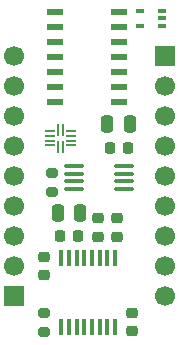
<source format=gbr>
%TF.GenerationSoftware,KiCad,Pcbnew,9.0.2*%
%TF.CreationDate,2025-07-02T23:55:56-04:00*%
%TF.ProjectId,strain-gauge,73747261-696e-42d6-9761-7567652e6b69,rev?*%
%TF.SameCoordinates,Original*%
%TF.FileFunction,Soldermask,Top*%
%TF.FilePolarity,Negative*%
%FSLAX46Y46*%
G04 Gerber Fmt 4.6, Leading zero omitted, Abs format (unit mm)*
G04 Created by KiCad (PCBNEW 9.0.2) date 2025-07-02 23:55:56*
%MOMM*%
%LPD*%
G01*
G04 APERTURE LIST*
G04 Aperture macros list*
%AMRoundRect*
0 Rectangle with rounded corners*
0 $1 Rounding radius*
0 $2 $3 $4 $5 $6 $7 $8 $9 X,Y pos of 4 corners*
0 Add a 4 corners polygon primitive as box body*
4,1,4,$2,$3,$4,$5,$6,$7,$8,$9,$2,$3,0*
0 Add four circle primitives for the rounded corners*
1,1,$1+$1,$2,$3*
1,1,$1+$1,$4,$5*
1,1,$1+$1,$6,$7*
1,1,$1+$1,$8,$9*
0 Add four rect primitives between the rounded corners*
20,1,$1+$1,$2,$3,$4,$5,0*
20,1,$1+$1,$4,$5,$6,$7,0*
20,1,$1+$1,$6,$7,$8,$9,0*
20,1,$1+$1,$8,$9,$2,$3,0*%
G04 Aperture macros list end*
%ADD10RoundRect,0.250000X-0.250000X-0.475000X0.250000X-0.475000X0.250000X0.475000X-0.250000X0.475000X0*%
%ADD11RoundRect,0.100000X-0.712500X-0.100000X0.712500X-0.100000X0.712500X0.100000X-0.712500X0.100000X0*%
%ADD12RoundRect,0.225000X-0.225000X-0.250000X0.225000X-0.250000X0.225000X0.250000X-0.225000X0.250000X0*%
%ADD13R,0.355600X1.473200*%
%ADD14RoundRect,0.225000X0.250000X-0.225000X0.250000X0.225000X-0.250000X0.225000X-0.250000X-0.225000X0*%
%ADD15RoundRect,0.225000X-0.250000X0.225000X-0.250000X-0.225000X0.250000X-0.225000X0.250000X0.225000X0*%
%ADD16R,1.700000X1.700000*%
%ADD17C,1.700000*%
%ADD18RoundRect,0.200000X-0.275000X0.200000X-0.275000X-0.200000X0.275000X-0.200000X0.275000X0.200000X0*%
%ADD19RoundRect,0.050000X-0.050000X0.475000X-0.050000X-0.475000X0.050000X-0.475000X0.050000X0.475000X0*%
%ADD20RoundRect,0.050000X-0.337500X0.050000X-0.337500X-0.050000X0.337500X-0.050000X0.337500X0.050000X0*%
%ADD21RoundRect,0.100000X0.225000X0.100000X-0.225000X0.100000X-0.225000X-0.100000X0.225000X-0.100000X0*%
%ADD22R,1.460500X0.558800*%
G04 APERTURE END LIST*
D10*
%TO.C,C1*%
X91577056Y-100750000D03*
X89677056Y-100750000D03*
%TD*%
D11*
%TO.C,U5*%
X91025000Y-96800000D03*
X91025000Y-97450000D03*
X91025000Y-98100000D03*
X91025000Y-98750000D03*
X95250000Y-98750000D03*
X95250000Y-98100000D03*
X95250000Y-97450000D03*
X95250000Y-96800000D03*
%TD*%
D12*
%TO.C,C7*%
X94062500Y-95275000D03*
X95612500Y-95275000D03*
%TD*%
D13*
%TO.C,U1*%
X94524999Y-104579000D03*
X93875001Y-104579000D03*
X93224999Y-104579000D03*
X92575001Y-104579000D03*
X91925002Y-104579000D03*
X91275001Y-104579000D03*
X90625002Y-104579000D03*
X89975001Y-104579000D03*
X89975001Y-110421000D03*
X90624999Y-110421000D03*
X91275001Y-110421000D03*
X91924999Y-110421000D03*
X92574998Y-110421000D03*
X93224999Y-110421000D03*
X93874998Y-110421000D03*
X94524999Y-110421000D03*
%TD*%
D12*
%TO.C,C2*%
X89852056Y-102750000D03*
X91402056Y-102750000D03*
%TD*%
D14*
%TO.C,C4*%
X94652056Y-102775000D03*
X94652056Y-101225000D03*
%TD*%
D15*
%TO.C,C6*%
X96000000Y-109225000D03*
X96000000Y-110775000D03*
%TD*%
D16*
%TO.C,J2*%
X98750000Y-87500000D03*
D17*
X98750000Y-90040000D03*
X98750000Y-92580000D03*
X98750000Y-95120000D03*
X98750000Y-97660000D03*
X98750000Y-100200000D03*
X98750000Y-102740000D03*
X98750000Y-105280000D03*
X98750000Y-107820000D03*
%TD*%
D18*
%TO.C,R2*%
X88500000Y-109200000D03*
X88500000Y-110850000D03*
%TD*%
D19*
%TO.C,U2*%
X90107935Y-93700565D03*
X89707935Y-93700565D03*
D20*
X89020435Y-93850565D03*
X89020435Y-94250565D03*
X89020435Y-94650565D03*
X89020435Y-95050565D03*
D19*
X89707935Y-95200565D03*
X90107935Y-95200565D03*
D20*
X90795435Y-95050565D03*
X90795435Y-94650565D03*
X90795435Y-94250565D03*
X90795435Y-93850565D03*
%TD*%
D21*
%TO.C,U4*%
X98510000Y-84950000D03*
X98510000Y-84300000D03*
X98510000Y-83650000D03*
X96610000Y-83650000D03*
X96610000Y-84950000D03*
%TD*%
D14*
%TO.C,C3*%
X93102056Y-102775000D03*
X93102056Y-101225000D03*
%TD*%
%TO.C,C5*%
X88500000Y-106025000D03*
X88500000Y-104475000D03*
%TD*%
D22*
%TO.C,U3*%
X89435850Y-83730000D03*
X89435850Y-85000000D03*
X89435850Y-86270000D03*
X89435850Y-87540000D03*
X89435850Y-88810000D03*
X89435850Y-90080000D03*
X89435850Y-91350000D03*
X94884150Y-91350000D03*
X94884150Y-90080000D03*
X94884150Y-88810000D03*
X94884150Y-87540000D03*
X94884150Y-86270000D03*
X94884150Y-85000000D03*
X94884150Y-83730000D03*
%TD*%
D18*
%TO.C,R1*%
X89148559Y-97346649D03*
X89148559Y-98996649D03*
%TD*%
D16*
%TO.C,J1*%
X86000000Y-107800000D03*
D17*
X86000000Y-105260000D03*
X86000000Y-102720000D03*
X86000000Y-100180000D03*
X86000000Y-97640000D03*
X86000000Y-95100000D03*
X86000000Y-92560000D03*
X86000000Y-90020000D03*
X86000000Y-87480000D03*
%TD*%
D10*
%TO.C,C8*%
X93887500Y-93275000D03*
X95787500Y-93275000D03*
%TD*%
M02*

</source>
